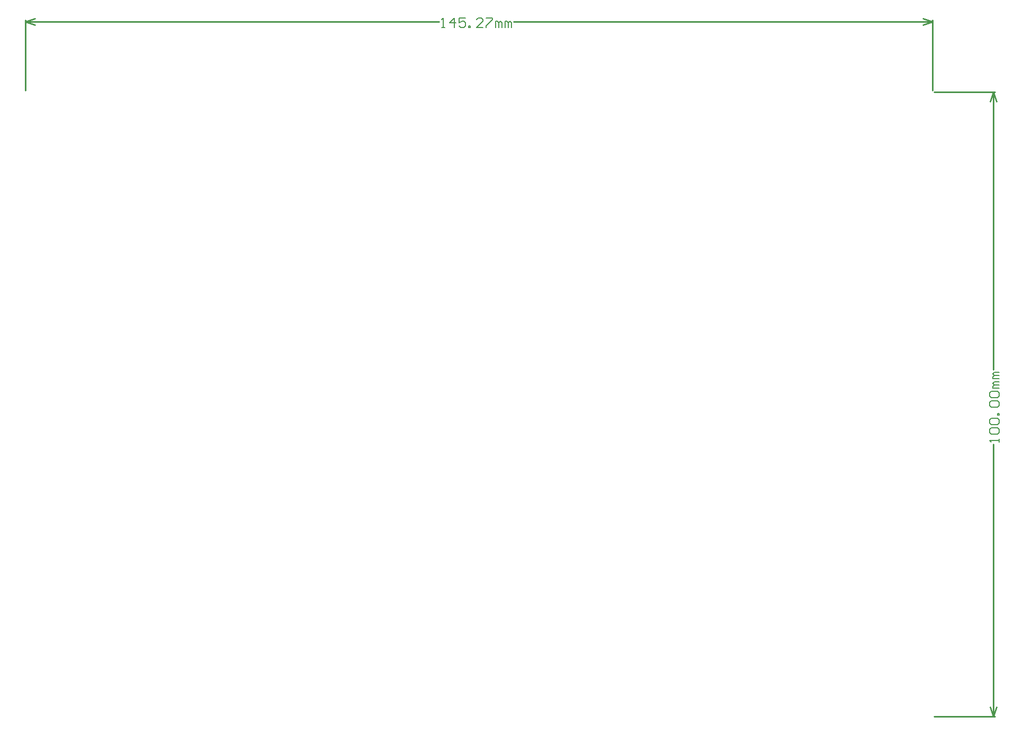
<source format=gm1>
G04*
G04 #@! TF.GenerationSoftware,Altium Limited,Altium Designer,24.5.2 (23)*
G04*
G04 Layer_Color=16711935*
%FSLAX44Y44*%
%MOMM*%
G71*
G04*
G04 #@! TF.SameCoordinates,44D7EE50-CEF4-4518-91F5-DF1CE1C3C4A8*
G04*
G04*
G04 #@! TF.FilePolarity,Positive*
G04*
G01*
G75*
%ADD41C,0.2540*%
%ADD67C,0.1524*%
D41*
X1455240Y0D02*
X1552448D01*
X1455240Y1000000D02*
X1552448D01*
X1549908Y0D02*
Y436010D01*
Y555862D02*
Y1000000D01*
Y0D02*
X1554988Y15240D01*
X1544828D02*
X1549908Y0D01*
X1544828Y984760D02*
X1549908Y1000000D01*
X1554988Y984760D01*
X1452700Y1002540D02*
Y1115314D01*
X0Y1002540D02*
Y1115314D01*
X782212Y1112774D02*
X1452700D01*
X0D02*
X662360D01*
X1437460Y1117854D02*
X1452700Y1112774D01*
X1437460Y1107694D02*
X1452700Y1112774D01*
X0D02*
X15240Y1107694D01*
X0Y1112774D02*
X15240Y1117854D01*
D67*
X1559050Y440074D02*
Y445152D01*
Y442613D01*
X1543815D01*
X1546354Y440074D01*
Y452770D02*
X1543815Y455309D01*
Y460387D01*
X1546354Y462927D01*
X1556510D01*
X1559050Y460387D01*
Y455309D01*
X1556510Y452770D01*
X1546354D01*
Y468005D02*
X1543815Y470544D01*
Y475623D01*
X1546354Y478162D01*
X1556510D01*
X1559050Y475623D01*
Y470544D01*
X1556510Y468005D01*
X1546354D01*
X1559050Y483240D02*
X1556510D01*
Y485779D01*
X1559050D01*
Y483240D01*
X1546354Y495936D02*
X1543815Y498475D01*
Y503554D01*
X1546354Y506093D01*
X1556510D01*
X1559050Y503554D01*
Y498475D01*
X1556510Y495936D01*
X1546354D01*
Y511171D02*
X1543815Y513710D01*
Y518789D01*
X1546354Y521328D01*
X1556510D01*
X1559050Y518789D01*
Y513710D01*
X1556510Y511171D01*
X1546354D01*
X1559050Y526406D02*
X1548893D01*
Y528945D01*
X1551432Y531484D01*
X1559050D01*
X1551432D01*
X1548893Y534024D01*
X1551432Y536563D01*
X1559050D01*
Y541641D02*
X1548893D01*
Y544180D01*
X1551432Y546720D01*
X1559050D01*
X1551432D01*
X1548893Y549259D01*
X1551432Y551798D01*
X1559050D01*
X666424Y1103633D02*
X671502D01*
X668963D01*
Y1118867D01*
X666424Y1116328D01*
X686738Y1103633D02*
Y1118867D01*
X679120Y1111250D01*
X689277D01*
X704512Y1118867D02*
X694355D01*
Y1111250D01*
X699433Y1113789D01*
X701973D01*
X704512Y1111250D01*
Y1106172D01*
X701973Y1103633D01*
X696894D01*
X694355Y1106172D01*
X709590Y1103633D02*
Y1106172D01*
X712129D01*
Y1103633D01*
X709590D01*
X732443D02*
X722286D01*
X732443Y1113789D01*
Y1116328D01*
X729903Y1118867D01*
X724825D01*
X722286Y1116328D01*
X737521Y1118867D02*
X747678D01*
Y1116328D01*
X737521Y1106172D01*
Y1103633D01*
X752756D02*
Y1113789D01*
X755295D01*
X757834Y1111250D01*
Y1103633D01*
Y1111250D01*
X760374Y1113789D01*
X762913Y1111250D01*
Y1103633D01*
X767991D02*
Y1113789D01*
X770530D01*
X773070Y1111250D01*
Y1103633D01*
Y1111250D01*
X775609Y1113789D01*
X778148Y1111250D01*
Y1103633D01*
M02*

</source>
